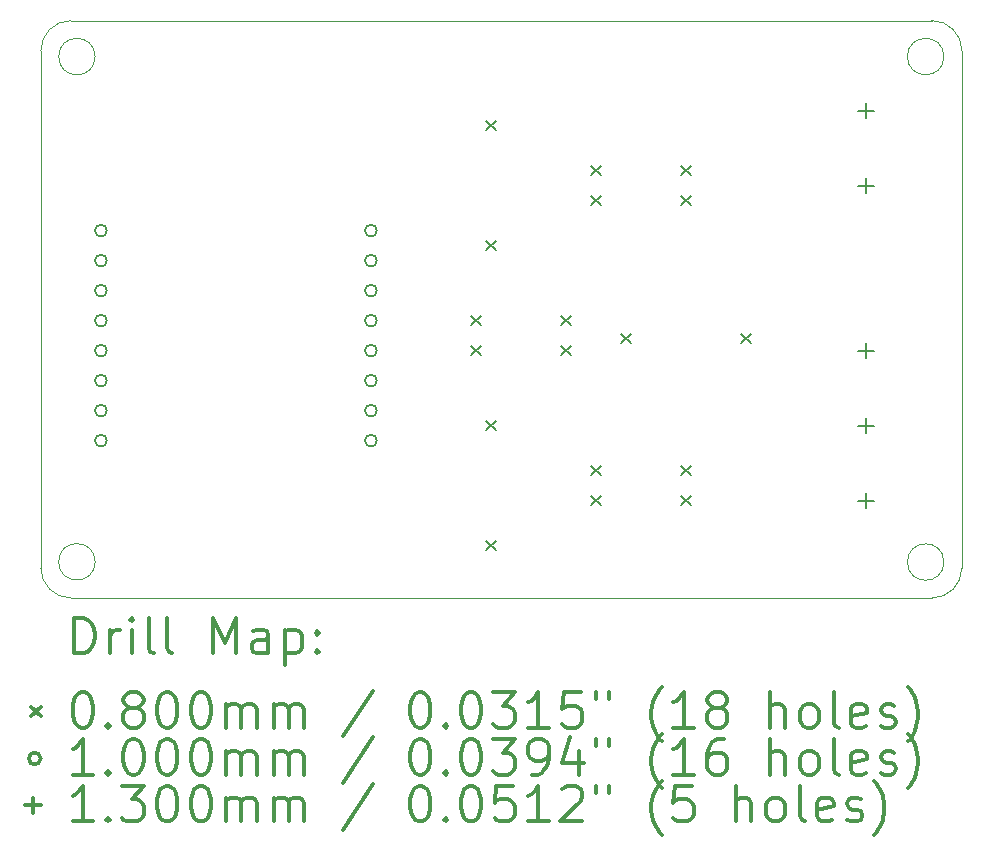
<source format=gbr>
%FSLAX45Y45*%
G04 Gerber Fmt 4.5, Leading zero omitted, Abs format (unit mm)*
G04 Created by KiCad (PCBNEW 5.1.10) date 2021-09-03 16:06:54*
%MOMM*%
%LPD*%
G01*
G04 APERTURE LIST*
%TA.AperFunction,Profile*%
%ADD10C,0.050000*%
%TD*%
%ADD11C,0.200000*%
%ADD12C,0.300000*%
G04 APERTURE END LIST*
D10*
X4826000Y-12636500D02*
X12115800Y-12636500D01*
X12115800Y-7747000D02*
X4826000Y-7747000D01*
X4572000Y-8001000D02*
X4572000Y-12382500D01*
X12369800Y-8001000D02*
X12369800Y-12382500D01*
X5031302Y-12329598D02*
G75*
G03*
X5031302Y-12329598I-154502J0D01*
G01*
X5031302Y-8051800D02*
G75*
G03*
X5031302Y-8051800I-154502J0D01*
G01*
X12217400Y-8051800D02*
G75*
G03*
X12217400Y-8051800I-154502J0D01*
G01*
X12217400Y-12331700D02*
G75*
G03*
X12217400Y-12331700I-154502J0D01*
G01*
X4826000Y-12636500D02*
G75*
G02*
X4572000Y-12382500I0J254000D01*
G01*
X4572000Y-8001000D02*
G75*
G02*
X4826000Y-7747000I254000J0D01*
G01*
X12115800Y-7747000D02*
G75*
G02*
X12369800Y-8001000I0J-254000D01*
G01*
X12369800Y-12382500D02*
G75*
G02*
X12115800Y-12636500I-254000J0D01*
G01*
D11*
X8215000Y-10247000D02*
X8295000Y-10327000D01*
X8295000Y-10247000D02*
X8215000Y-10327000D01*
X8215000Y-10501000D02*
X8295000Y-10581000D01*
X8295000Y-10501000D02*
X8215000Y-10581000D01*
X8342000Y-8596000D02*
X8422000Y-8676000D01*
X8422000Y-8596000D02*
X8342000Y-8676000D01*
X8342000Y-9612000D02*
X8422000Y-9692000D01*
X8422000Y-9612000D02*
X8342000Y-9692000D01*
X8342000Y-11136000D02*
X8422000Y-11216000D01*
X8422000Y-11136000D02*
X8342000Y-11216000D01*
X8342000Y-12152000D02*
X8422000Y-12232000D01*
X8422000Y-12152000D02*
X8342000Y-12232000D01*
X8977000Y-10247000D02*
X9057000Y-10327000D01*
X9057000Y-10247000D02*
X8977000Y-10327000D01*
X8977000Y-10501000D02*
X9057000Y-10581000D01*
X9057000Y-10501000D02*
X8977000Y-10581000D01*
X9231000Y-8977000D02*
X9311000Y-9057000D01*
X9311000Y-8977000D02*
X9231000Y-9057000D01*
X9231000Y-9231000D02*
X9311000Y-9311000D01*
X9311000Y-9231000D02*
X9231000Y-9311000D01*
X9231000Y-11517000D02*
X9311000Y-11597000D01*
X9311000Y-11517000D02*
X9231000Y-11597000D01*
X9231000Y-11771000D02*
X9311000Y-11851000D01*
X9311000Y-11771000D02*
X9231000Y-11851000D01*
X9485000Y-10399400D02*
X9565000Y-10479400D01*
X9565000Y-10399400D02*
X9485000Y-10479400D01*
X9993000Y-8977000D02*
X10073000Y-9057000D01*
X10073000Y-8977000D02*
X9993000Y-9057000D01*
X9993000Y-9231000D02*
X10073000Y-9311000D01*
X10073000Y-9231000D02*
X9993000Y-9311000D01*
X9993000Y-11517000D02*
X10073000Y-11597000D01*
X10073000Y-11517000D02*
X9993000Y-11597000D01*
X9993000Y-11771000D02*
X10073000Y-11851000D01*
X10073000Y-11771000D02*
X9993000Y-11851000D01*
X10501000Y-10399400D02*
X10581000Y-10479400D01*
X10581000Y-10399400D02*
X10501000Y-10479400D01*
X5130000Y-9525000D02*
G75*
G03*
X5130000Y-9525000I-50000J0D01*
G01*
X5130000Y-9779000D02*
G75*
G03*
X5130000Y-9779000I-50000J0D01*
G01*
X5130000Y-10033000D02*
G75*
G03*
X5130000Y-10033000I-50000J0D01*
G01*
X5130000Y-10287000D02*
G75*
G03*
X5130000Y-10287000I-50000J0D01*
G01*
X5130000Y-10541000D02*
G75*
G03*
X5130000Y-10541000I-50000J0D01*
G01*
X5130000Y-10795000D02*
G75*
G03*
X5130000Y-10795000I-50000J0D01*
G01*
X5130000Y-11049000D02*
G75*
G03*
X5130000Y-11049000I-50000J0D01*
G01*
X5130000Y-11303000D02*
G75*
G03*
X5130000Y-11303000I-50000J0D01*
G01*
X7416000Y-9525000D02*
G75*
G03*
X7416000Y-9525000I-50000J0D01*
G01*
X7416000Y-9779000D02*
G75*
G03*
X7416000Y-9779000I-50000J0D01*
G01*
X7416000Y-10033000D02*
G75*
G03*
X7416000Y-10033000I-50000J0D01*
G01*
X7416000Y-10287000D02*
G75*
G03*
X7416000Y-10287000I-50000J0D01*
G01*
X7416000Y-10541000D02*
G75*
G03*
X7416000Y-10541000I-50000J0D01*
G01*
X7416000Y-10795000D02*
G75*
G03*
X7416000Y-10795000I-50000J0D01*
G01*
X7416000Y-11049000D02*
G75*
G03*
X7416000Y-11049000I-50000J0D01*
G01*
X7416000Y-11303000D02*
G75*
G03*
X7416000Y-11303000I-50000J0D01*
G01*
X11557000Y-8444000D02*
X11557000Y-8574000D01*
X11492000Y-8509000D02*
X11622000Y-8509000D01*
X11557000Y-9079000D02*
X11557000Y-9209000D01*
X11492000Y-9144000D02*
X11622000Y-9144000D01*
X11557000Y-10476000D02*
X11557000Y-10606000D01*
X11492000Y-10541000D02*
X11622000Y-10541000D01*
X11557000Y-11111000D02*
X11557000Y-11241000D01*
X11492000Y-11176000D02*
X11622000Y-11176000D01*
X11557000Y-11746000D02*
X11557000Y-11876000D01*
X11492000Y-11811000D02*
X11622000Y-11811000D01*
D12*
X4855928Y-13104714D02*
X4855928Y-12804714D01*
X4927357Y-12804714D01*
X4970214Y-12819000D01*
X4998786Y-12847571D01*
X5013071Y-12876143D01*
X5027357Y-12933286D01*
X5027357Y-12976143D01*
X5013071Y-13033286D01*
X4998786Y-13061857D01*
X4970214Y-13090429D01*
X4927357Y-13104714D01*
X4855928Y-13104714D01*
X5155928Y-13104714D02*
X5155928Y-12904714D01*
X5155928Y-12961857D02*
X5170214Y-12933286D01*
X5184500Y-12919000D01*
X5213071Y-12904714D01*
X5241643Y-12904714D01*
X5341643Y-13104714D02*
X5341643Y-12904714D01*
X5341643Y-12804714D02*
X5327357Y-12819000D01*
X5341643Y-12833286D01*
X5355928Y-12819000D01*
X5341643Y-12804714D01*
X5341643Y-12833286D01*
X5527357Y-13104714D02*
X5498786Y-13090429D01*
X5484500Y-13061857D01*
X5484500Y-12804714D01*
X5684500Y-13104714D02*
X5655928Y-13090429D01*
X5641643Y-13061857D01*
X5641643Y-12804714D01*
X6027357Y-13104714D02*
X6027357Y-12804714D01*
X6127357Y-13019000D01*
X6227357Y-12804714D01*
X6227357Y-13104714D01*
X6498786Y-13104714D02*
X6498786Y-12947571D01*
X6484500Y-12919000D01*
X6455928Y-12904714D01*
X6398786Y-12904714D01*
X6370214Y-12919000D01*
X6498786Y-13090429D02*
X6470214Y-13104714D01*
X6398786Y-13104714D01*
X6370214Y-13090429D01*
X6355928Y-13061857D01*
X6355928Y-13033286D01*
X6370214Y-13004714D01*
X6398786Y-12990429D01*
X6470214Y-12990429D01*
X6498786Y-12976143D01*
X6641643Y-12904714D02*
X6641643Y-13204714D01*
X6641643Y-12919000D02*
X6670214Y-12904714D01*
X6727357Y-12904714D01*
X6755928Y-12919000D01*
X6770214Y-12933286D01*
X6784500Y-12961857D01*
X6784500Y-13047571D01*
X6770214Y-13076143D01*
X6755928Y-13090429D01*
X6727357Y-13104714D01*
X6670214Y-13104714D01*
X6641643Y-13090429D01*
X6913071Y-13076143D02*
X6927357Y-13090429D01*
X6913071Y-13104714D01*
X6898786Y-13090429D01*
X6913071Y-13076143D01*
X6913071Y-13104714D01*
X6913071Y-12919000D02*
X6927357Y-12933286D01*
X6913071Y-12947571D01*
X6898786Y-12933286D01*
X6913071Y-12919000D01*
X6913071Y-12947571D01*
X4489500Y-13559000D02*
X4569500Y-13639000D01*
X4569500Y-13559000D02*
X4489500Y-13639000D01*
X4913071Y-13434714D02*
X4941643Y-13434714D01*
X4970214Y-13449000D01*
X4984500Y-13463286D01*
X4998786Y-13491857D01*
X5013071Y-13549000D01*
X5013071Y-13620429D01*
X4998786Y-13677571D01*
X4984500Y-13706143D01*
X4970214Y-13720429D01*
X4941643Y-13734714D01*
X4913071Y-13734714D01*
X4884500Y-13720429D01*
X4870214Y-13706143D01*
X4855928Y-13677571D01*
X4841643Y-13620429D01*
X4841643Y-13549000D01*
X4855928Y-13491857D01*
X4870214Y-13463286D01*
X4884500Y-13449000D01*
X4913071Y-13434714D01*
X5141643Y-13706143D02*
X5155928Y-13720429D01*
X5141643Y-13734714D01*
X5127357Y-13720429D01*
X5141643Y-13706143D01*
X5141643Y-13734714D01*
X5327357Y-13563286D02*
X5298786Y-13549000D01*
X5284500Y-13534714D01*
X5270214Y-13506143D01*
X5270214Y-13491857D01*
X5284500Y-13463286D01*
X5298786Y-13449000D01*
X5327357Y-13434714D01*
X5384500Y-13434714D01*
X5413071Y-13449000D01*
X5427357Y-13463286D01*
X5441643Y-13491857D01*
X5441643Y-13506143D01*
X5427357Y-13534714D01*
X5413071Y-13549000D01*
X5384500Y-13563286D01*
X5327357Y-13563286D01*
X5298786Y-13577571D01*
X5284500Y-13591857D01*
X5270214Y-13620429D01*
X5270214Y-13677571D01*
X5284500Y-13706143D01*
X5298786Y-13720429D01*
X5327357Y-13734714D01*
X5384500Y-13734714D01*
X5413071Y-13720429D01*
X5427357Y-13706143D01*
X5441643Y-13677571D01*
X5441643Y-13620429D01*
X5427357Y-13591857D01*
X5413071Y-13577571D01*
X5384500Y-13563286D01*
X5627357Y-13434714D02*
X5655928Y-13434714D01*
X5684500Y-13449000D01*
X5698786Y-13463286D01*
X5713071Y-13491857D01*
X5727357Y-13549000D01*
X5727357Y-13620429D01*
X5713071Y-13677571D01*
X5698786Y-13706143D01*
X5684500Y-13720429D01*
X5655928Y-13734714D01*
X5627357Y-13734714D01*
X5598786Y-13720429D01*
X5584500Y-13706143D01*
X5570214Y-13677571D01*
X5555928Y-13620429D01*
X5555928Y-13549000D01*
X5570214Y-13491857D01*
X5584500Y-13463286D01*
X5598786Y-13449000D01*
X5627357Y-13434714D01*
X5913071Y-13434714D02*
X5941643Y-13434714D01*
X5970214Y-13449000D01*
X5984500Y-13463286D01*
X5998786Y-13491857D01*
X6013071Y-13549000D01*
X6013071Y-13620429D01*
X5998786Y-13677571D01*
X5984500Y-13706143D01*
X5970214Y-13720429D01*
X5941643Y-13734714D01*
X5913071Y-13734714D01*
X5884500Y-13720429D01*
X5870214Y-13706143D01*
X5855928Y-13677571D01*
X5841643Y-13620429D01*
X5841643Y-13549000D01*
X5855928Y-13491857D01*
X5870214Y-13463286D01*
X5884500Y-13449000D01*
X5913071Y-13434714D01*
X6141643Y-13734714D02*
X6141643Y-13534714D01*
X6141643Y-13563286D02*
X6155928Y-13549000D01*
X6184500Y-13534714D01*
X6227357Y-13534714D01*
X6255928Y-13549000D01*
X6270214Y-13577571D01*
X6270214Y-13734714D01*
X6270214Y-13577571D02*
X6284500Y-13549000D01*
X6313071Y-13534714D01*
X6355928Y-13534714D01*
X6384500Y-13549000D01*
X6398786Y-13577571D01*
X6398786Y-13734714D01*
X6541643Y-13734714D02*
X6541643Y-13534714D01*
X6541643Y-13563286D02*
X6555928Y-13549000D01*
X6584500Y-13534714D01*
X6627357Y-13534714D01*
X6655928Y-13549000D01*
X6670214Y-13577571D01*
X6670214Y-13734714D01*
X6670214Y-13577571D02*
X6684500Y-13549000D01*
X6713071Y-13534714D01*
X6755928Y-13534714D01*
X6784500Y-13549000D01*
X6798786Y-13577571D01*
X6798786Y-13734714D01*
X7384500Y-13420429D02*
X7127357Y-13806143D01*
X7770214Y-13434714D02*
X7798786Y-13434714D01*
X7827357Y-13449000D01*
X7841643Y-13463286D01*
X7855928Y-13491857D01*
X7870214Y-13549000D01*
X7870214Y-13620429D01*
X7855928Y-13677571D01*
X7841643Y-13706143D01*
X7827357Y-13720429D01*
X7798786Y-13734714D01*
X7770214Y-13734714D01*
X7741643Y-13720429D01*
X7727357Y-13706143D01*
X7713071Y-13677571D01*
X7698786Y-13620429D01*
X7698786Y-13549000D01*
X7713071Y-13491857D01*
X7727357Y-13463286D01*
X7741643Y-13449000D01*
X7770214Y-13434714D01*
X7998786Y-13706143D02*
X8013071Y-13720429D01*
X7998786Y-13734714D01*
X7984500Y-13720429D01*
X7998786Y-13706143D01*
X7998786Y-13734714D01*
X8198786Y-13434714D02*
X8227357Y-13434714D01*
X8255928Y-13449000D01*
X8270214Y-13463286D01*
X8284500Y-13491857D01*
X8298786Y-13549000D01*
X8298786Y-13620429D01*
X8284500Y-13677571D01*
X8270214Y-13706143D01*
X8255928Y-13720429D01*
X8227357Y-13734714D01*
X8198786Y-13734714D01*
X8170214Y-13720429D01*
X8155928Y-13706143D01*
X8141643Y-13677571D01*
X8127357Y-13620429D01*
X8127357Y-13549000D01*
X8141643Y-13491857D01*
X8155928Y-13463286D01*
X8170214Y-13449000D01*
X8198786Y-13434714D01*
X8398786Y-13434714D02*
X8584500Y-13434714D01*
X8484500Y-13549000D01*
X8527357Y-13549000D01*
X8555928Y-13563286D01*
X8570214Y-13577571D01*
X8584500Y-13606143D01*
X8584500Y-13677571D01*
X8570214Y-13706143D01*
X8555928Y-13720429D01*
X8527357Y-13734714D01*
X8441643Y-13734714D01*
X8413071Y-13720429D01*
X8398786Y-13706143D01*
X8870214Y-13734714D02*
X8698786Y-13734714D01*
X8784500Y-13734714D02*
X8784500Y-13434714D01*
X8755928Y-13477571D01*
X8727357Y-13506143D01*
X8698786Y-13520429D01*
X9141643Y-13434714D02*
X8998786Y-13434714D01*
X8984500Y-13577571D01*
X8998786Y-13563286D01*
X9027357Y-13549000D01*
X9098786Y-13549000D01*
X9127357Y-13563286D01*
X9141643Y-13577571D01*
X9155928Y-13606143D01*
X9155928Y-13677571D01*
X9141643Y-13706143D01*
X9127357Y-13720429D01*
X9098786Y-13734714D01*
X9027357Y-13734714D01*
X8998786Y-13720429D01*
X8984500Y-13706143D01*
X9270214Y-13434714D02*
X9270214Y-13491857D01*
X9384500Y-13434714D02*
X9384500Y-13491857D01*
X9827357Y-13849000D02*
X9813071Y-13834714D01*
X9784500Y-13791857D01*
X9770214Y-13763286D01*
X9755928Y-13720429D01*
X9741643Y-13649000D01*
X9741643Y-13591857D01*
X9755928Y-13520429D01*
X9770214Y-13477571D01*
X9784500Y-13449000D01*
X9813071Y-13406143D01*
X9827357Y-13391857D01*
X10098786Y-13734714D02*
X9927357Y-13734714D01*
X10013071Y-13734714D02*
X10013071Y-13434714D01*
X9984500Y-13477571D01*
X9955928Y-13506143D01*
X9927357Y-13520429D01*
X10270214Y-13563286D02*
X10241643Y-13549000D01*
X10227357Y-13534714D01*
X10213071Y-13506143D01*
X10213071Y-13491857D01*
X10227357Y-13463286D01*
X10241643Y-13449000D01*
X10270214Y-13434714D01*
X10327357Y-13434714D01*
X10355928Y-13449000D01*
X10370214Y-13463286D01*
X10384500Y-13491857D01*
X10384500Y-13506143D01*
X10370214Y-13534714D01*
X10355928Y-13549000D01*
X10327357Y-13563286D01*
X10270214Y-13563286D01*
X10241643Y-13577571D01*
X10227357Y-13591857D01*
X10213071Y-13620429D01*
X10213071Y-13677571D01*
X10227357Y-13706143D01*
X10241643Y-13720429D01*
X10270214Y-13734714D01*
X10327357Y-13734714D01*
X10355928Y-13720429D01*
X10370214Y-13706143D01*
X10384500Y-13677571D01*
X10384500Y-13620429D01*
X10370214Y-13591857D01*
X10355928Y-13577571D01*
X10327357Y-13563286D01*
X10741643Y-13734714D02*
X10741643Y-13434714D01*
X10870214Y-13734714D02*
X10870214Y-13577571D01*
X10855928Y-13549000D01*
X10827357Y-13534714D01*
X10784500Y-13534714D01*
X10755928Y-13549000D01*
X10741643Y-13563286D01*
X11055928Y-13734714D02*
X11027357Y-13720429D01*
X11013071Y-13706143D01*
X10998786Y-13677571D01*
X10998786Y-13591857D01*
X11013071Y-13563286D01*
X11027357Y-13549000D01*
X11055928Y-13534714D01*
X11098786Y-13534714D01*
X11127357Y-13549000D01*
X11141643Y-13563286D01*
X11155928Y-13591857D01*
X11155928Y-13677571D01*
X11141643Y-13706143D01*
X11127357Y-13720429D01*
X11098786Y-13734714D01*
X11055928Y-13734714D01*
X11327357Y-13734714D02*
X11298786Y-13720429D01*
X11284500Y-13691857D01*
X11284500Y-13434714D01*
X11555928Y-13720429D02*
X11527357Y-13734714D01*
X11470214Y-13734714D01*
X11441643Y-13720429D01*
X11427357Y-13691857D01*
X11427357Y-13577571D01*
X11441643Y-13549000D01*
X11470214Y-13534714D01*
X11527357Y-13534714D01*
X11555928Y-13549000D01*
X11570214Y-13577571D01*
X11570214Y-13606143D01*
X11427357Y-13634714D01*
X11684500Y-13720429D02*
X11713071Y-13734714D01*
X11770214Y-13734714D01*
X11798786Y-13720429D01*
X11813071Y-13691857D01*
X11813071Y-13677571D01*
X11798786Y-13649000D01*
X11770214Y-13634714D01*
X11727357Y-13634714D01*
X11698786Y-13620429D01*
X11684500Y-13591857D01*
X11684500Y-13577571D01*
X11698786Y-13549000D01*
X11727357Y-13534714D01*
X11770214Y-13534714D01*
X11798786Y-13549000D01*
X11913071Y-13849000D02*
X11927357Y-13834714D01*
X11955928Y-13791857D01*
X11970214Y-13763286D01*
X11984500Y-13720429D01*
X11998786Y-13649000D01*
X11998786Y-13591857D01*
X11984500Y-13520429D01*
X11970214Y-13477571D01*
X11955928Y-13449000D01*
X11927357Y-13406143D01*
X11913071Y-13391857D01*
X4569500Y-13995000D02*
G75*
G03*
X4569500Y-13995000I-50000J0D01*
G01*
X5013071Y-14130714D02*
X4841643Y-14130714D01*
X4927357Y-14130714D02*
X4927357Y-13830714D01*
X4898786Y-13873571D01*
X4870214Y-13902143D01*
X4841643Y-13916429D01*
X5141643Y-14102143D02*
X5155928Y-14116429D01*
X5141643Y-14130714D01*
X5127357Y-14116429D01*
X5141643Y-14102143D01*
X5141643Y-14130714D01*
X5341643Y-13830714D02*
X5370214Y-13830714D01*
X5398786Y-13845000D01*
X5413071Y-13859286D01*
X5427357Y-13887857D01*
X5441643Y-13945000D01*
X5441643Y-14016429D01*
X5427357Y-14073571D01*
X5413071Y-14102143D01*
X5398786Y-14116429D01*
X5370214Y-14130714D01*
X5341643Y-14130714D01*
X5313071Y-14116429D01*
X5298786Y-14102143D01*
X5284500Y-14073571D01*
X5270214Y-14016429D01*
X5270214Y-13945000D01*
X5284500Y-13887857D01*
X5298786Y-13859286D01*
X5313071Y-13845000D01*
X5341643Y-13830714D01*
X5627357Y-13830714D02*
X5655928Y-13830714D01*
X5684500Y-13845000D01*
X5698786Y-13859286D01*
X5713071Y-13887857D01*
X5727357Y-13945000D01*
X5727357Y-14016429D01*
X5713071Y-14073571D01*
X5698786Y-14102143D01*
X5684500Y-14116429D01*
X5655928Y-14130714D01*
X5627357Y-14130714D01*
X5598786Y-14116429D01*
X5584500Y-14102143D01*
X5570214Y-14073571D01*
X5555928Y-14016429D01*
X5555928Y-13945000D01*
X5570214Y-13887857D01*
X5584500Y-13859286D01*
X5598786Y-13845000D01*
X5627357Y-13830714D01*
X5913071Y-13830714D02*
X5941643Y-13830714D01*
X5970214Y-13845000D01*
X5984500Y-13859286D01*
X5998786Y-13887857D01*
X6013071Y-13945000D01*
X6013071Y-14016429D01*
X5998786Y-14073571D01*
X5984500Y-14102143D01*
X5970214Y-14116429D01*
X5941643Y-14130714D01*
X5913071Y-14130714D01*
X5884500Y-14116429D01*
X5870214Y-14102143D01*
X5855928Y-14073571D01*
X5841643Y-14016429D01*
X5841643Y-13945000D01*
X5855928Y-13887857D01*
X5870214Y-13859286D01*
X5884500Y-13845000D01*
X5913071Y-13830714D01*
X6141643Y-14130714D02*
X6141643Y-13930714D01*
X6141643Y-13959286D02*
X6155928Y-13945000D01*
X6184500Y-13930714D01*
X6227357Y-13930714D01*
X6255928Y-13945000D01*
X6270214Y-13973571D01*
X6270214Y-14130714D01*
X6270214Y-13973571D02*
X6284500Y-13945000D01*
X6313071Y-13930714D01*
X6355928Y-13930714D01*
X6384500Y-13945000D01*
X6398786Y-13973571D01*
X6398786Y-14130714D01*
X6541643Y-14130714D02*
X6541643Y-13930714D01*
X6541643Y-13959286D02*
X6555928Y-13945000D01*
X6584500Y-13930714D01*
X6627357Y-13930714D01*
X6655928Y-13945000D01*
X6670214Y-13973571D01*
X6670214Y-14130714D01*
X6670214Y-13973571D02*
X6684500Y-13945000D01*
X6713071Y-13930714D01*
X6755928Y-13930714D01*
X6784500Y-13945000D01*
X6798786Y-13973571D01*
X6798786Y-14130714D01*
X7384500Y-13816429D02*
X7127357Y-14202143D01*
X7770214Y-13830714D02*
X7798786Y-13830714D01*
X7827357Y-13845000D01*
X7841643Y-13859286D01*
X7855928Y-13887857D01*
X7870214Y-13945000D01*
X7870214Y-14016429D01*
X7855928Y-14073571D01*
X7841643Y-14102143D01*
X7827357Y-14116429D01*
X7798786Y-14130714D01*
X7770214Y-14130714D01*
X7741643Y-14116429D01*
X7727357Y-14102143D01*
X7713071Y-14073571D01*
X7698786Y-14016429D01*
X7698786Y-13945000D01*
X7713071Y-13887857D01*
X7727357Y-13859286D01*
X7741643Y-13845000D01*
X7770214Y-13830714D01*
X7998786Y-14102143D02*
X8013071Y-14116429D01*
X7998786Y-14130714D01*
X7984500Y-14116429D01*
X7998786Y-14102143D01*
X7998786Y-14130714D01*
X8198786Y-13830714D02*
X8227357Y-13830714D01*
X8255928Y-13845000D01*
X8270214Y-13859286D01*
X8284500Y-13887857D01*
X8298786Y-13945000D01*
X8298786Y-14016429D01*
X8284500Y-14073571D01*
X8270214Y-14102143D01*
X8255928Y-14116429D01*
X8227357Y-14130714D01*
X8198786Y-14130714D01*
X8170214Y-14116429D01*
X8155928Y-14102143D01*
X8141643Y-14073571D01*
X8127357Y-14016429D01*
X8127357Y-13945000D01*
X8141643Y-13887857D01*
X8155928Y-13859286D01*
X8170214Y-13845000D01*
X8198786Y-13830714D01*
X8398786Y-13830714D02*
X8584500Y-13830714D01*
X8484500Y-13945000D01*
X8527357Y-13945000D01*
X8555928Y-13959286D01*
X8570214Y-13973571D01*
X8584500Y-14002143D01*
X8584500Y-14073571D01*
X8570214Y-14102143D01*
X8555928Y-14116429D01*
X8527357Y-14130714D01*
X8441643Y-14130714D01*
X8413071Y-14116429D01*
X8398786Y-14102143D01*
X8727357Y-14130714D02*
X8784500Y-14130714D01*
X8813071Y-14116429D01*
X8827357Y-14102143D01*
X8855928Y-14059286D01*
X8870214Y-14002143D01*
X8870214Y-13887857D01*
X8855928Y-13859286D01*
X8841643Y-13845000D01*
X8813071Y-13830714D01*
X8755928Y-13830714D01*
X8727357Y-13845000D01*
X8713071Y-13859286D01*
X8698786Y-13887857D01*
X8698786Y-13959286D01*
X8713071Y-13987857D01*
X8727357Y-14002143D01*
X8755928Y-14016429D01*
X8813071Y-14016429D01*
X8841643Y-14002143D01*
X8855928Y-13987857D01*
X8870214Y-13959286D01*
X9127357Y-13930714D02*
X9127357Y-14130714D01*
X9055928Y-13816429D02*
X8984500Y-14030714D01*
X9170214Y-14030714D01*
X9270214Y-13830714D02*
X9270214Y-13887857D01*
X9384500Y-13830714D02*
X9384500Y-13887857D01*
X9827357Y-14245000D02*
X9813071Y-14230714D01*
X9784500Y-14187857D01*
X9770214Y-14159286D01*
X9755928Y-14116429D01*
X9741643Y-14045000D01*
X9741643Y-13987857D01*
X9755928Y-13916429D01*
X9770214Y-13873571D01*
X9784500Y-13845000D01*
X9813071Y-13802143D01*
X9827357Y-13787857D01*
X10098786Y-14130714D02*
X9927357Y-14130714D01*
X10013071Y-14130714D02*
X10013071Y-13830714D01*
X9984500Y-13873571D01*
X9955928Y-13902143D01*
X9927357Y-13916429D01*
X10355928Y-13830714D02*
X10298786Y-13830714D01*
X10270214Y-13845000D01*
X10255928Y-13859286D01*
X10227357Y-13902143D01*
X10213071Y-13959286D01*
X10213071Y-14073571D01*
X10227357Y-14102143D01*
X10241643Y-14116429D01*
X10270214Y-14130714D01*
X10327357Y-14130714D01*
X10355928Y-14116429D01*
X10370214Y-14102143D01*
X10384500Y-14073571D01*
X10384500Y-14002143D01*
X10370214Y-13973571D01*
X10355928Y-13959286D01*
X10327357Y-13945000D01*
X10270214Y-13945000D01*
X10241643Y-13959286D01*
X10227357Y-13973571D01*
X10213071Y-14002143D01*
X10741643Y-14130714D02*
X10741643Y-13830714D01*
X10870214Y-14130714D02*
X10870214Y-13973571D01*
X10855928Y-13945000D01*
X10827357Y-13930714D01*
X10784500Y-13930714D01*
X10755928Y-13945000D01*
X10741643Y-13959286D01*
X11055928Y-14130714D02*
X11027357Y-14116429D01*
X11013071Y-14102143D01*
X10998786Y-14073571D01*
X10998786Y-13987857D01*
X11013071Y-13959286D01*
X11027357Y-13945000D01*
X11055928Y-13930714D01*
X11098786Y-13930714D01*
X11127357Y-13945000D01*
X11141643Y-13959286D01*
X11155928Y-13987857D01*
X11155928Y-14073571D01*
X11141643Y-14102143D01*
X11127357Y-14116429D01*
X11098786Y-14130714D01*
X11055928Y-14130714D01*
X11327357Y-14130714D02*
X11298786Y-14116429D01*
X11284500Y-14087857D01*
X11284500Y-13830714D01*
X11555928Y-14116429D02*
X11527357Y-14130714D01*
X11470214Y-14130714D01*
X11441643Y-14116429D01*
X11427357Y-14087857D01*
X11427357Y-13973571D01*
X11441643Y-13945000D01*
X11470214Y-13930714D01*
X11527357Y-13930714D01*
X11555928Y-13945000D01*
X11570214Y-13973571D01*
X11570214Y-14002143D01*
X11427357Y-14030714D01*
X11684500Y-14116429D02*
X11713071Y-14130714D01*
X11770214Y-14130714D01*
X11798786Y-14116429D01*
X11813071Y-14087857D01*
X11813071Y-14073571D01*
X11798786Y-14045000D01*
X11770214Y-14030714D01*
X11727357Y-14030714D01*
X11698786Y-14016429D01*
X11684500Y-13987857D01*
X11684500Y-13973571D01*
X11698786Y-13945000D01*
X11727357Y-13930714D01*
X11770214Y-13930714D01*
X11798786Y-13945000D01*
X11913071Y-14245000D02*
X11927357Y-14230714D01*
X11955928Y-14187857D01*
X11970214Y-14159286D01*
X11984500Y-14116429D01*
X11998786Y-14045000D01*
X11998786Y-13987857D01*
X11984500Y-13916429D01*
X11970214Y-13873571D01*
X11955928Y-13845000D01*
X11927357Y-13802143D01*
X11913071Y-13787857D01*
X4504500Y-14326000D02*
X4504500Y-14456000D01*
X4439500Y-14391000D02*
X4569500Y-14391000D01*
X5013071Y-14526714D02*
X4841643Y-14526714D01*
X4927357Y-14526714D02*
X4927357Y-14226714D01*
X4898786Y-14269571D01*
X4870214Y-14298143D01*
X4841643Y-14312429D01*
X5141643Y-14498143D02*
X5155928Y-14512429D01*
X5141643Y-14526714D01*
X5127357Y-14512429D01*
X5141643Y-14498143D01*
X5141643Y-14526714D01*
X5255928Y-14226714D02*
X5441643Y-14226714D01*
X5341643Y-14341000D01*
X5384500Y-14341000D01*
X5413071Y-14355286D01*
X5427357Y-14369571D01*
X5441643Y-14398143D01*
X5441643Y-14469571D01*
X5427357Y-14498143D01*
X5413071Y-14512429D01*
X5384500Y-14526714D01*
X5298786Y-14526714D01*
X5270214Y-14512429D01*
X5255928Y-14498143D01*
X5627357Y-14226714D02*
X5655928Y-14226714D01*
X5684500Y-14241000D01*
X5698786Y-14255286D01*
X5713071Y-14283857D01*
X5727357Y-14341000D01*
X5727357Y-14412429D01*
X5713071Y-14469571D01*
X5698786Y-14498143D01*
X5684500Y-14512429D01*
X5655928Y-14526714D01*
X5627357Y-14526714D01*
X5598786Y-14512429D01*
X5584500Y-14498143D01*
X5570214Y-14469571D01*
X5555928Y-14412429D01*
X5555928Y-14341000D01*
X5570214Y-14283857D01*
X5584500Y-14255286D01*
X5598786Y-14241000D01*
X5627357Y-14226714D01*
X5913071Y-14226714D02*
X5941643Y-14226714D01*
X5970214Y-14241000D01*
X5984500Y-14255286D01*
X5998786Y-14283857D01*
X6013071Y-14341000D01*
X6013071Y-14412429D01*
X5998786Y-14469571D01*
X5984500Y-14498143D01*
X5970214Y-14512429D01*
X5941643Y-14526714D01*
X5913071Y-14526714D01*
X5884500Y-14512429D01*
X5870214Y-14498143D01*
X5855928Y-14469571D01*
X5841643Y-14412429D01*
X5841643Y-14341000D01*
X5855928Y-14283857D01*
X5870214Y-14255286D01*
X5884500Y-14241000D01*
X5913071Y-14226714D01*
X6141643Y-14526714D02*
X6141643Y-14326714D01*
X6141643Y-14355286D02*
X6155928Y-14341000D01*
X6184500Y-14326714D01*
X6227357Y-14326714D01*
X6255928Y-14341000D01*
X6270214Y-14369571D01*
X6270214Y-14526714D01*
X6270214Y-14369571D02*
X6284500Y-14341000D01*
X6313071Y-14326714D01*
X6355928Y-14326714D01*
X6384500Y-14341000D01*
X6398786Y-14369571D01*
X6398786Y-14526714D01*
X6541643Y-14526714D02*
X6541643Y-14326714D01*
X6541643Y-14355286D02*
X6555928Y-14341000D01*
X6584500Y-14326714D01*
X6627357Y-14326714D01*
X6655928Y-14341000D01*
X6670214Y-14369571D01*
X6670214Y-14526714D01*
X6670214Y-14369571D02*
X6684500Y-14341000D01*
X6713071Y-14326714D01*
X6755928Y-14326714D01*
X6784500Y-14341000D01*
X6798786Y-14369571D01*
X6798786Y-14526714D01*
X7384500Y-14212429D02*
X7127357Y-14598143D01*
X7770214Y-14226714D02*
X7798786Y-14226714D01*
X7827357Y-14241000D01*
X7841643Y-14255286D01*
X7855928Y-14283857D01*
X7870214Y-14341000D01*
X7870214Y-14412429D01*
X7855928Y-14469571D01*
X7841643Y-14498143D01*
X7827357Y-14512429D01*
X7798786Y-14526714D01*
X7770214Y-14526714D01*
X7741643Y-14512429D01*
X7727357Y-14498143D01*
X7713071Y-14469571D01*
X7698786Y-14412429D01*
X7698786Y-14341000D01*
X7713071Y-14283857D01*
X7727357Y-14255286D01*
X7741643Y-14241000D01*
X7770214Y-14226714D01*
X7998786Y-14498143D02*
X8013071Y-14512429D01*
X7998786Y-14526714D01*
X7984500Y-14512429D01*
X7998786Y-14498143D01*
X7998786Y-14526714D01*
X8198786Y-14226714D02*
X8227357Y-14226714D01*
X8255928Y-14241000D01*
X8270214Y-14255286D01*
X8284500Y-14283857D01*
X8298786Y-14341000D01*
X8298786Y-14412429D01*
X8284500Y-14469571D01*
X8270214Y-14498143D01*
X8255928Y-14512429D01*
X8227357Y-14526714D01*
X8198786Y-14526714D01*
X8170214Y-14512429D01*
X8155928Y-14498143D01*
X8141643Y-14469571D01*
X8127357Y-14412429D01*
X8127357Y-14341000D01*
X8141643Y-14283857D01*
X8155928Y-14255286D01*
X8170214Y-14241000D01*
X8198786Y-14226714D01*
X8570214Y-14226714D02*
X8427357Y-14226714D01*
X8413071Y-14369571D01*
X8427357Y-14355286D01*
X8455928Y-14341000D01*
X8527357Y-14341000D01*
X8555928Y-14355286D01*
X8570214Y-14369571D01*
X8584500Y-14398143D01*
X8584500Y-14469571D01*
X8570214Y-14498143D01*
X8555928Y-14512429D01*
X8527357Y-14526714D01*
X8455928Y-14526714D01*
X8427357Y-14512429D01*
X8413071Y-14498143D01*
X8870214Y-14526714D02*
X8698786Y-14526714D01*
X8784500Y-14526714D02*
X8784500Y-14226714D01*
X8755928Y-14269571D01*
X8727357Y-14298143D01*
X8698786Y-14312429D01*
X8984500Y-14255286D02*
X8998786Y-14241000D01*
X9027357Y-14226714D01*
X9098786Y-14226714D01*
X9127357Y-14241000D01*
X9141643Y-14255286D01*
X9155928Y-14283857D01*
X9155928Y-14312429D01*
X9141643Y-14355286D01*
X8970214Y-14526714D01*
X9155928Y-14526714D01*
X9270214Y-14226714D02*
X9270214Y-14283857D01*
X9384500Y-14226714D02*
X9384500Y-14283857D01*
X9827357Y-14641000D02*
X9813071Y-14626714D01*
X9784500Y-14583857D01*
X9770214Y-14555286D01*
X9755928Y-14512429D01*
X9741643Y-14441000D01*
X9741643Y-14383857D01*
X9755928Y-14312429D01*
X9770214Y-14269571D01*
X9784500Y-14241000D01*
X9813071Y-14198143D01*
X9827357Y-14183857D01*
X10084500Y-14226714D02*
X9941643Y-14226714D01*
X9927357Y-14369571D01*
X9941643Y-14355286D01*
X9970214Y-14341000D01*
X10041643Y-14341000D01*
X10070214Y-14355286D01*
X10084500Y-14369571D01*
X10098786Y-14398143D01*
X10098786Y-14469571D01*
X10084500Y-14498143D01*
X10070214Y-14512429D01*
X10041643Y-14526714D01*
X9970214Y-14526714D01*
X9941643Y-14512429D01*
X9927357Y-14498143D01*
X10455928Y-14526714D02*
X10455928Y-14226714D01*
X10584500Y-14526714D02*
X10584500Y-14369571D01*
X10570214Y-14341000D01*
X10541643Y-14326714D01*
X10498786Y-14326714D01*
X10470214Y-14341000D01*
X10455928Y-14355286D01*
X10770214Y-14526714D02*
X10741643Y-14512429D01*
X10727357Y-14498143D01*
X10713071Y-14469571D01*
X10713071Y-14383857D01*
X10727357Y-14355286D01*
X10741643Y-14341000D01*
X10770214Y-14326714D01*
X10813071Y-14326714D01*
X10841643Y-14341000D01*
X10855928Y-14355286D01*
X10870214Y-14383857D01*
X10870214Y-14469571D01*
X10855928Y-14498143D01*
X10841643Y-14512429D01*
X10813071Y-14526714D01*
X10770214Y-14526714D01*
X11041643Y-14526714D02*
X11013071Y-14512429D01*
X10998786Y-14483857D01*
X10998786Y-14226714D01*
X11270214Y-14512429D02*
X11241643Y-14526714D01*
X11184500Y-14526714D01*
X11155928Y-14512429D01*
X11141643Y-14483857D01*
X11141643Y-14369571D01*
X11155928Y-14341000D01*
X11184500Y-14326714D01*
X11241643Y-14326714D01*
X11270214Y-14341000D01*
X11284500Y-14369571D01*
X11284500Y-14398143D01*
X11141643Y-14426714D01*
X11398786Y-14512429D02*
X11427357Y-14526714D01*
X11484500Y-14526714D01*
X11513071Y-14512429D01*
X11527357Y-14483857D01*
X11527357Y-14469571D01*
X11513071Y-14441000D01*
X11484500Y-14426714D01*
X11441643Y-14426714D01*
X11413071Y-14412429D01*
X11398786Y-14383857D01*
X11398786Y-14369571D01*
X11413071Y-14341000D01*
X11441643Y-14326714D01*
X11484500Y-14326714D01*
X11513071Y-14341000D01*
X11627357Y-14641000D02*
X11641643Y-14626714D01*
X11670214Y-14583857D01*
X11684500Y-14555286D01*
X11698786Y-14512429D01*
X11713071Y-14441000D01*
X11713071Y-14383857D01*
X11698786Y-14312429D01*
X11684500Y-14269571D01*
X11670214Y-14241000D01*
X11641643Y-14198143D01*
X11627357Y-14183857D01*
M02*

</source>
